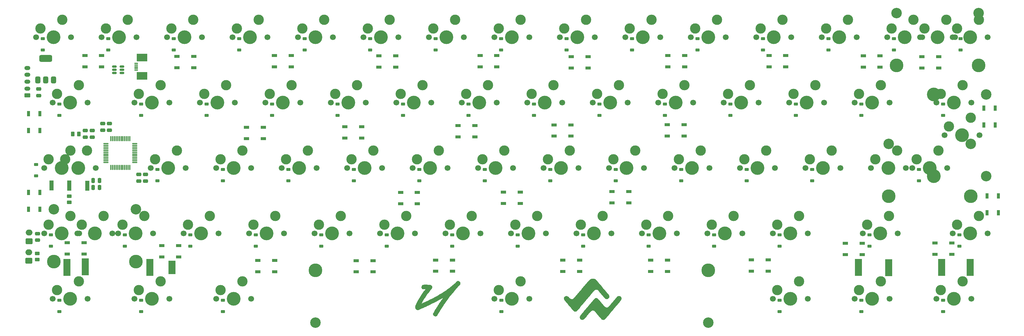
<source format=gbr>
%TF.GenerationSoftware,KiCad,Pcbnew,8.99.0-2194-gb3b7cbcab2*%
%TF.CreationDate,2024-09-18T03:31:56+07:00*%
%TF.ProjectId,Sebas_nuxros,53656261-735f-46e7-9578-726f732e6b69,rev?*%
%TF.SameCoordinates,Original*%
%TF.FileFunction,Soldermask,Bot*%
%TF.FilePolarity,Negative*%
%FSLAX46Y46*%
G04 Gerber Fmt 4.6, Leading zero omitted, Abs format (unit mm)*
G04 Created by KiCad (PCBNEW 8.99.0-2194-gb3b7cbcab2) date 2024-09-18 03:31:56*
%MOMM*%
%LPD*%
G01*
G04 APERTURE LIST*
G04 Aperture macros list*
%AMRoundRect*
0 Rectangle with rounded corners*
0 $1 Rounding radius*
0 $2 $3 $4 $5 $6 $7 $8 $9 X,Y pos of 4 corners*
0 Add a 4 corners polygon primitive as box body*
4,1,4,$2,$3,$4,$5,$6,$7,$8,$9,$2,$3,0*
0 Add four circle primitives for the rounded corners*
1,1,$1+$1,$2,$3*
1,1,$1+$1,$4,$5*
1,1,$1+$1,$6,$7*
1,1,$1+$1,$8,$9*
0 Add four rect primitives between the rounded corners*
20,1,$1+$1,$2,$3,$4,$5,0*
20,1,$1+$1,$4,$5,$6,$7,0*
20,1,$1+$1,$6,$7,$8,$9,0*
20,1,$1+$1,$8,$9,$2,$3,0*%
G04 Aperture macros list end*
%ADD10C,0.000000*%
%ADD11R,1.100000X0.300000*%
%ADD12R,3.100000X2.300000*%
%ADD13R,2.000000X5.000000*%
%ADD14C,1.700000*%
%ADD15C,4.000000*%
%ADD16C,0.400000*%
%ADD17C,3.000000*%
%ADD18C,3.050000*%
%ADD19RoundRect,0.250000X0.750000X-0.600000X0.750000X0.600000X-0.750000X0.600000X-0.750000X-0.600000X0*%
%ADD20O,2.000000X1.700000*%
%ADD21C,3.048000*%
%ADD22C,3.987800*%
%ADD23R,2.000000X4.000000*%
%ADD24RoundRect,0.250000X0.625000X-0.350000X0.625000X0.350000X-0.625000X0.350000X-0.625000X-0.350000X0*%
%ADD25O,1.750000X1.200000*%
%ADD26R,1.500000X0.900000*%
%ADD27RoundRect,0.250000X-0.450000X0.262500X-0.450000X-0.262500X0.450000X-0.262500X0.450000X0.262500X0*%
%ADD28RoundRect,0.225000X0.375000X-0.225000X0.375000X0.225000X-0.375000X0.225000X-0.375000X-0.225000X0*%
%ADD29RoundRect,0.250000X-0.475000X0.250000X-0.475000X-0.250000X0.475000X-0.250000X0.475000X0.250000X0*%
%ADD30R,0.900000X1.500000*%
%ADD31RoundRect,0.150000X0.512500X0.150000X-0.512500X0.150000X-0.512500X-0.150000X0.512500X-0.150000X0*%
%ADD32RoundRect,0.250000X0.475000X-0.250000X0.475000X0.250000X-0.475000X0.250000X-0.475000X-0.250000X0*%
%ADD33RoundRect,0.250000X0.262500X0.450000X-0.262500X0.450000X-0.262500X-0.450000X0.262500X-0.450000X0*%
%ADD34R,1.190000X3.000000*%
%ADD35RoundRect,0.250000X-0.250000X-0.475000X0.250000X-0.475000X0.250000X0.475000X-0.250000X0.475000X0*%
%ADD36RoundRect,0.375000X0.375000X-0.625000X0.375000X0.625000X-0.375000X0.625000X-0.375000X-0.625000X0*%
%ADD37RoundRect,0.500000X1.400000X-0.500000X1.400000X0.500000X-1.400000X0.500000X-1.400000X-0.500000X0*%
%ADD38RoundRect,0.075000X0.075000X-0.662500X0.075000X0.662500X-0.075000X0.662500X-0.075000X-0.662500X0*%
%ADD39RoundRect,0.075000X0.662500X-0.075000X0.662500X0.075000X-0.662500X0.075000X-0.662500X-0.075000X0*%
G04 APERTURE END LIST*
D10*
%TO.C,G\u002A\u002A\u002A*%
G36*
X168855864Y-103270333D02*
G01*
X169114210Y-103365025D01*
X169367397Y-103526275D01*
X169629506Y-103761756D01*
X169914617Y-104079139D01*
X170275931Y-104511632D01*
X170645909Y-104953801D01*
X170966749Y-105336431D01*
X171235909Y-105656500D01*
X171450846Y-105910983D01*
X171609018Y-106096859D01*
X171707881Y-106211105D01*
X171786356Y-106301226D01*
X171934755Y-106475536D01*
X172074805Y-106643879D01*
X172091583Y-106664317D01*
X172206502Y-106802989D01*
X172362075Y-106989301D01*
X172540005Y-107201387D01*
X172721997Y-107417379D01*
X172773779Y-107479212D01*
X172939490Y-107684186D01*
X173083066Y-107872107D01*
X173190602Y-108024343D01*
X173248188Y-108122265D01*
X173265624Y-108166369D01*
X173306805Y-108405619D01*
X173268123Y-108635931D01*
X173162716Y-108842638D01*
X173003719Y-109011072D01*
X172804271Y-109126567D01*
X172577508Y-109174454D01*
X172336567Y-109140068D01*
X172297338Y-109126667D01*
X172226130Y-109097564D01*
X172156138Y-109058071D01*
X172079485Y-109000150D01*
X171988295Y-108915762D01*
X171874691Y-108796869D01*
X171730795Y-108635433D01*
X171548732Y-108423415D01*
X171320625Y-108152777D01*
X171038595Y-107815481D01*
X170936316Y-107692999D01*
X170668322Y-107372880D01*
X170452513Y-107117121D01*
X170281699Y-106917959D01*
X170148689Y-106767625D01*
X170046296Y-106658356D01*
X169967329Y-106582384D01*
X169904599Y-106531944D01*
X169850917Y-106499271D01*
X169799093Y-106476598D01*
X169746281Y-106459331D01*
X169525770Y-106429203D01*
X169299757Y-106449921D01*
X169113863Y-106518684D01*
X169104661Y-106524604D01*
X168997216Y-106615884D01*
X168837775Y-106778450D01*
X168631590Y-107006515D01*
X168383914Y-107294291D01*
X168099996Y-107635991D01*
X168059095Y-107685151D01*
X167949835Y-107813360D01*
X167830022Y-107951177D01*
X167783149Y-108005181D01*
X167661487Y-108147782D01*
X167500160Y-108338679D01*
X167311945Y-108562577D01*
X167109621Y-108804181D01*
X166905965Y-109048197D01*
X166713754Y-109279328D01*
X166545766Y-109482280D01*
X166414778Y-109641759D01*
X166333568Y-109742469D01*
X166289895Y-109796969D01*
X166168866Y-109942820D01*
X166042729Y-110089789D01*
X165981624Y-110159876D01*
X165862804Y-110297952D01*
X165772696Y-110404865D01*
X165372499Y-110889101D01*
X165020175Y-111312637D01*
X164719626Y-111670368D01*
X164466424Y-111967293D01*
X164256138Y-112208413D01*
X164084340Y-112398728D01*
X163946598Y-112543239D01*
X163838483Y-112646945D01*
X163755566Y-112714847D01*
X163693417Y-112751945D01*
X163620655Y-112781418D01*
X163457495Y-112823623D01*
X163302011Y-112820865D01*
X163144017Y-112767158D01*
X162973325Y-112656514D01*
X162779750Y-112482946D01*
X162553104Y-112240466D01*
X162283202Y-111923089D01*
X162099745Y-111701554D01*
X161928258Y-111495296D01*
X161784850Y-111323662D01*
X161680717Y-111200047D01*
X161627050Y-111137847D01*
X161541750Y-111042712D01*
X161376911Y-110852374D01*
X161189469Y-110629964D01*
X160990082Y-110388738D01*
X160789411Y-110141950D01*
X160598113Y-109902856D01*
X160426849Y-109684709D01*
X160286278Y-109500764D01*
X160187058Y-109364278D01*
X160139849Y-109288503D01*
X160121637Y-109238761D01*
X160091175Y-109018287D01*
X160119347Y-108784951D01*
X160201948Y-108586300D01*
X160346346Y-108434942D01*
X160558322Y-108322249D01*
X160799135Y-108270480D01*
X161040423Y-108285394D01*
X161253825Y-108372749D01*
X161352501Y-108452219D01*
X161490115Y-108587129D01*
X161624675Y-108739385D01*
X161801747Y-108929201D01*
X162045115Y-109103727D01*
X162290992Y-109183664D01*
X162536708Y-109168279D01*
X162779591Y-109056838D01*
X162801081Y-109040660D01*
X162903398Y-108944935D01*
X163055992Y-108785509D01*
X163250921Y-108571215D01*
X163480248Y-108310887D01*
X163736031Y-108013360D01*
X164010331Y-107687468D01*
X164166653Y-107499903D01*
X164497530Y-107103158D01*
X164823278Y-106712893D01*
X165136783Y-106337611D01*
X165430931Y-105985812D01*
X165698607Y-105666000D01*
X165932699Y-105386675D01*
X166126092Y-105156340D01*
X166271672Y-104983496D01*
X166362324Y-104876646D01*
X166379833Y-104856146D01*
X166466746Y-104753954D01*
X166596777Y-104600728D01*
X166755471Y-104413508D01*
X166928376Y-104209333D01*
X166941620Y-104193700D01*
X167198372Y-103898637D01*
X167413888Y-103672503D01*
X167602484Y-103505696D01*
X167778474Y-103388615D01*
X167956176Y-103311658D01*
X168149903Y-103265222D01*
X168373971Y-103239705D01*
X168578278Y-103234529D01*
X168855864Y-103270333D01*
G37*
G36*
X176291236Y-108287781D02*
G01*
X176451926Y-108337251D01*
X176454222Y-108338456D01*
X176581359Y-108424524D01*
X176703812Y-108534845D01*
X176752220Y-108592255D01*
X176798282Y-108681759D01*
X176819679Y-108803499D01*
X176824995Y-108989686D01*
X176826277Y-109047083D01*
X176828825Y-109106561D01*
X176828494Y-109160399D01*
X176821068Y-109214328D01*
X176802330Y-109274083D01*
X176768064Y-109345393D01*
X176714055Y-109433993D01*
X176636087Y-109545613D01*
X176529944Y-109685986D01*
X176391409Y-109860844D01*
X176216267Y-110075920D01*
X176000301Y-110336944D01*
X175739297Y-110649650D01*
X175429037Y-111019770D01*
X175065307Y-111453036D01*
X174643889Y-111955179D01*
X174372975Y-112278182D01*
X174039317Y-112676020D01*
X173722316Y-113054026D01*
X173428495Y-113404421D01*
X173164373Y-113719428D01*
X172936471Y-113991270D01*
X172751311Y-114212170D01*
X172615415Y-114374349D01*
X172535301Y-114470031D01*
X172428705Y-114595848D01*
X172190553Y-114861186D01*
X171997156Y-115050110D01*
X171843898Y-115166872D01*
X171726164Y-115215726D01*
X171595441Y-115225471D01*
X171359203Y-115203837D01*
X171151333Y-115142403D01*
X171146043Y-115139716D01*
X171066815Y-115076225D01*
X170944717Y-114954832D01*
X170795411Y-114791869D01*
X170634563Y-114603665D01*
X170612477Y-114576941D01*
X170459600Y-114392586D01*
X170328240Y-114235223D01*
X170231762Y-114120805D01*
X170183531Y-114065284D01*
X170143246Y-114019132D01*
X170049829Y-113909295D01*
X169915230Y-113749774D01*
X169750320Y-113553453D01*
X169565964Y-113333214D01*
X169399069Y-113137025D01*
X169216891Y-112930852D01*
X169057131Y-112758335D01*
X168932683Y-112633347D01*
X168856438Y-112569760D01*
X168732474Y-112517301D01*
X168504487Y-112485431D01*
X168270036Y-112512587D01*
X168070809Y-112597307D01*
X168057354Y-112607511D01*
X167970192Y-112690382D01*
X167833334Y-112834977D01*
X167656142Y-113030830D01*
X167447979Y-113267473D01*
X167218204Y-113534438D01*
X166976180Y-113821258D01*
X166942594Y-113861449D01*
X166646221Y-114214958D01*
X166402900Y-114501354D01*
X166204893Y-114727679D01*
X166044462Y-114900977D01*
X165913869Y-115028291D01*
X165805376Y-115116664D01*
X165711245Y-115173138D01*
X165623738Y-115204757D01*
X165535118Y-115218563D01*
X165437645Y-115221601D01*
X165252053Y-115204162D01*
X165012732Y-115112886D01*
X164833698Y-114949515D01*
X164721486Y-114720866D01*
X164682630Y-114433759D01*
X164682648Y-114423694D01*
X164686354Y-114331312D01*
X164701626Y-114245986D01*
X164735840Y-114156206D01*
X164796374Y-114050462D01*
X164890604Y-113917245D01*
X165025907Y-113745045D01*
X165209660Y-113522353D01*
X165449239Y-113237658D01*
X165451239Y-113235291D01*
X165566594Y-113098409D01*
X165735924Y-112897032D01*
X165951161Y-112640775D01*
X166204238Y-112339252D01*
X166487088Y-112002078D01*
X166791643Y-111638868D01*
X167109834Y-111259236D01*
X167433596Y-110872796D01*
X167571038Y-110708754D01*
X167918989Y-110294349D01*
X168213052Y-109946586D01*
X168459201Y-109659632D01*
X168663410Y-109427653D01*
X168831655Y-109244815D01*
X168969909Y-109105283D01*
X169084147Y-109003224D01*
X169180343Y-108932803D01*
X169264471Y-108888187D01*
X169342506Y-108863542D01*
X169420422Y-108853033D01*
X169504194Y-108850826D01*
X169660212Y-108873605D01*
X169815996Y-108928407D01*
X169845358Y-108946512D01*
X169963199Y-109048055D01*
X170138848Y-109227166D01*
X170372205Y-109483734D01*
X170663167Y-109817645D01*
X171011636Y-110228787D01*
X171417510Y-110717048D01*
X171538808Y-110863006D01*
X171769514Y-111130514D01*
X171959872Y-111330736D01*
X172121228Y-111471400D01*
X172264926Y-111560234D01*
X172402313Y-111604965D01*
X172544732Y-111613322D01*
X172703531Y-111593033D01*
X172739038Y-111585377D01*
X172842537Y-111548768D01*
X172950174Y-111484008D01*
X173072826Y-111381269D01*
X173221365Y-111230721D01*
X173406667Y-111022533D01*
X173639606Y-110746876D01*
X173722968Y-110646900D01*
X173878764Y-110460784D01*
X174007078Y-110308463D01*
X174096430Y-110203537D01*
X174135341Y-110159605D01*
X174148977Y-110144554D01*
X174216886Y-110065393D01*
X174332745Y-109928526D01*
X174487458Y-109744747D01*
X174671925Y-109524850D01*
X174877050Y-109279630D01*
X174983066Y-109153409D01*
X175188325Y-108912963D01*
X175374176Y-108700255D01*
X175530090Y-108527081D01*
X175645538Y-108405237D01*
X175709989Y-108346519D01*
X175732814Y-108333355D01*
X175890403Y-108286349D01*
X176090303Y-108270985D01*
X176291236Y-108287781D01*
G37*
G36*
X129427054Y-103877534D02*
G01*
X129513368Y-103903873D01*
X129528622Y-103909938D01*
X129640040Y-103972019D01*
X129748694Y-104059954D01*
X129843278Y-104163325D01*
X129912486Y-104271710D01*
X129925674Y-104299345D01*
X129947334Y-104353753D01*
X129959827Y-104407999D01*
X129965553Y-104475145D01*
X129966907Y-104568256D01*
X129966873Y-104584825D01*
X129964730Y-104674783D01*
X129957887Y-104739092D01*
X129944426Y-104789348D01*
X129922429Y-104837145D01*
X129915701Y-104848074D01*
X129881933Y-104893501D01*
X129826758Y-104961581D01*
X129753835Y-105048014D01*
X129666821Y-105148502D01*
X129569374Y-105258748D01*
X129465153Y-105374453D01*
X129202858Y-105664802D01*
X128568909Y-106383504D01*
X127964959Y-107093660D01*
X127386875Y-107800382D01*
X126830522Y-108508787D01*
X126291768Y-109223988D01*
X125766477Y-109951102D01*
X125708383Y-110033178D01*
X125624778Y-110151214D01*
X125546323Y-110261892D01*
X125477369Y-110359076D01*
X125422270Y-110436627D01*
X125385379Y-110488410D01*
X125343776Y-110547070D01*
X125219492Y-110726437D01*
X125079590Y-110933474D01*
X124926930Y-111163681D01*
X124764368Y-111412555D01*
X124594763Y-111675596D01*
X124420973Y-111948304D01*
X124245857Y-112226176D01*
X124072273Y-112504713D01*
X123903078Y-112779414D01*
X123741131Y-113045776D01*
X123589291Y-113299300D01*
X123450415Y-113535485D01*
X123415483Y-113595240D01*
X123322101Y-113750584D01*
X123241493Y-113875836D01*
X123170254Y-113974685D01*
X123104979Y-114050824D01*
X123042263Y-114107942D01*
X122978702Y-114149730D01*
X122910890Y-114179878D01*
X122835423Y-114202078D01*
X122788095Y-114211105D01*
X122644728Y-114212698D01*
X122492937Y-114179014D01*
X122337090Y-114110853D01*
X122331812Y-114107949D01*
X122208552Y-114019436D01*
X122109906Y-113907930D01*
X122038573Y-113779750D01*
X121997255Y-113641214D01*
X121988654Y-113498644D01*
X122015469Y-113358358D01*
X122031455Y-113319027D01*
X122069674Y-113240867D01*
X122125961Y-113134978D01*
X122198587Y-113004272D01*
X122285822Y-112851664D01*
X122385936Y-112680064D01*
X122497199Y-112492387D01*
X122617882Y-112291544D01*
X122746256Y-112080448D01*
X122880590Y-111862013D01*
X123019155Y-111639150D01*
X123160221Y-111414773D01*
X123302059Y-111191795D01*
X123357489Y-111105451D01*
X123564297Y-110787295D01*
X123783262Y-110456086D01*
X124009081Y-110119628D01*
X124236450Y-109785725D01*
X124460066Y-109462179D01*
X124674626Y-109156796D01*
X124874827Y-108877378D01*
X124906237Y-108832142D01*
X124925584Y-108799930D01*
X124925749Y-108791829D01*
X124924724Y-108792428D01*
X124898786Y-108807612D01*
X124845293Y-108838935D01*
X124769732Y-108883182D01*
X124677587Y-108937144D01*
X124574346Y-108997606D01*
X124402560Y-109097543D01*
X123775272Y-109451950D01*
X123110887Y-109811543D01*
X122409024Y-110176519D01*
X121669303Y-110547078D01*
X120891346Y-110923417D01*
X120717264Y-111005949D01*
X120482840Y-111116269D01*
X120241187Y-111229155D01*
X119995147Y-111343328D01*
X119747558Y-111457512D01*
X119501262Y-111570428D01*
X119259099Y-111680799D01*
X119023909Y-111787348D01*
X118798532Y-111888797D01*
X118585810Y-111983868D01*
X118388582Y-112071284D01*
X118209689Y-112149768D01*
X118051970Y-112218041D01*
X117918268Y-112274827D01*
X117811420Y-112318847D01*
X117734269Y-112348825D01*
X117689654Y-112363482D01*
X117556385Y-112382422D01*
X117400379Y-112371316D01*
X117253913Y-112325148D01*
X117121605Y-112246102D01*
X117008071Y-112136365D01*
X116917930Y-111998124D01*
X116868883Y-111886928D01*
X116830881Y-111752987D01*
X116813094Y-111606554D01*
X116813364Y-111436025D01*
X116814058Y-111421751D01*
X116821588Y-111321574D01*
X116834702Y-111227668D01*
X116855351Y-111134278D01*
X116885490Y-111035652D01*
X116927070Y-110926035D01*
X116982045Y-110799675D01*
X117052367Y-110650817D01*
X117139990Y-110473708D01*
X117243176Y-110271065D01*
X117528908Y-109736271D01*
X117839277Y-109189599D01*
X118169274Y-108639068D01*
X118513893Y-108092695D01*
X118868126Y-107558496D01*
X119226965Y-107044488D01*
X119585403Y-106558689D01*
X119612176Y-106523325D01*
X119669740Y-106446197D01*
X119716044Y-106382625D01*
X119746899Y-106338414D01*
X119758115Y-106319369D01*
X119743186Y-106316063D01*
X119694962Y-106313293D01*
X119619436Y-106311620D01*
X119522816Y-106311176D01*
X119411307Y-106312091D01*
X119303161Y-106313416D01*
X119204877Y-106313651D01*
X119132612Y-106311811D01*
X119079284Y-106307245D01*
X119037809Y-106299299D01*
X119001104Y-106287319D01*
X118962086Y-106270651D01*
X118852090Y-106202445D01*
X118752999Y-106101468D01*
X118678314Y-105978340D01*
X118674570Y-105969946D01*
X118655714Y-105917911D01*
X118644124Y-105859904D01*
X118638250Y-105784918D01*
X118636541Y-105681948D01*
X118636936Y-105612692D01*
X118640228Y-105533946D01*
X118648449Y-105474523D01*
X118663499Y-105422605D01*
X118687278Y-105366376D01*
X118690257Y-105360019D01*
X118771999Y-105230554D01*
X118881199Y-105122030D01*
X119009608Y-105042730D01*
X119076704Y-105018250D01*
X119173165Y-104996373D01*
X119295041Y-104980025D01*
X119445012Y-104969015D01*
X119625754Y-104963155D01*
X119839947Y-104962253D01*
X120090269Y-104966120D01*
X120284871Y-104971366D01*
X120539465Y-104981209D01*
X120758149Y-104993705D01*
X120942763Y-105008989D01*
X121095147Y-105027196D01*
X121217140Y-105048461D01*
X121226206Y-105050441D01*
X121382861Y-105103009D01*
X121516797Y-105182783D01*
X121625700Y-105285385D01*
X121707253Y-105406436D01*
X121759143Y-105541557D01*
X121779054Y-105686370D01*
X121764670Y-105836495D01*
X121713676Y-105987554D01*
X121713359Y-105988233D01*
X121674388Y-106063547D01*
X121632351Y-106132477D01*
X121596293Y-106180179D01*
X121596255Y-106180220D01*
X121560472Y-106221113D01*
X121504452Y-106288417D01*
X121431795Y-106377589D01*
X121346097Y-106484085D01*
X121250959Y-106603361D01*
X121149978Y-106730873D01*
X121046753Y-106862078D01*
X120944881Y-106992432D01*
X120847962Y-107117391D01*
X120759593Y-107232411D01*
X120683373Y-107332948D01*
X120616336Y-107422712D01*
X120329314Y-107818132D01*
X120038528Y-108235666D01*
X119750432Y-108665545D01*
X119471479Y-109098001D01*
X119208123Y-109523264D01*
X118966816Y-109931564D01*
X118907797Y-110032800D01*
X118842278Y-110142837D01*
X118779965Y-110245405D01*
X118728850Y-110327218D01*
X118700238Y-110372507D01*
X118663802Y-110432241D01*
X118640520Y-110473204D01*
X118634482Y-110488410D01*
X118646794Y-110483617D01*
X118691039Y-110464222D01*
X118763444Y-110431687D01*
X118859911Y-110387899D01*
X118976343Y-110334745D01*
X119108643Y-110274111D01*
X119252713Y-110207884D01*
X119404455Y-110137949D01*
X119559772Y-110066195D01*
X119714567Y-109994507D01*
X119864743Y-109924773D01*
X120006201Y-109858877D01*
X120134845Y-109798708D01*
X120246577Y-109746152D01*
X120258580Y-109740483D01*
X121053969Y-109357593D01*
X121812295Y-108977779D01*
X122535316Y-108599889D01*
X123224789Y-108222775D01*
X123882471Y-107845286D01*
X124510119Y-107466274D01*
X125109492Y-107084588D01*
X125682346Y-106699079D01*
X126230438Y-106308597D01*
X126755527Y-105911992D01*
X127259369Y-105508115D01*
X127743721Y-105095816D01*
X128210342Y-104673945D01*
X128660988Y-104241353D01*
X128714154Y-104189091D01*
X128820721Y-104087547D01*
X128908875Y-104010185D01*
X128984049Y-103953643D01*
X129051674Y-103914559D01*
X129117182Y-103889573D01*
X129186005Y-103875322D01*
X129263577Y-103868446D01*
X129342067Y-103867303D01*
X129427054Y-103877534D01*
G37*
%TD*%
D11*
%TO.C,J1*%
X35620000Y-40480000D03*
X35620000Y-40980000D03*
X35620000Y-41480000D03*
X35620000Y-41980000D03*
X35620000Y-42480000D03*
D12*
X37320000Y-38810000D03*
X37320000Y-44150000D03*
%TD*%
D13*
%TO.C,*%
X15500000Y-99900000D03*
%TD*%
D14*
%TO.C,SW51*%
X163690000Y-90030000D03*
D15*
X168770000Y-90030000D03*
D14*
X173850000Y-90030000D03*
D16*
X163710000Y-87480000D03*
X164950000Y-88740000D03*
X164960000Y-86240000D03*
D17*
X164960000Y-87490000D03*
D16*
X166210000Y-87490000D03*
X170060000Y-84950000D03*
X171310000Y-83690000D03*
D17*
X171310000Y-84950000D03*
D16*
X171310000Y-86190000D03*
X172550000Y-84940000D03*
%TD*%
D14*
%TO.C,SW4*%
X63677500Y-32880000D03*
D15*
X68757500Y-32880000D03*
D14*
X73837500Y-32880000D03*
D16*
X63697500Y-30330000D03*
X64937500Y-31590000D03*
X64947500Y-29090000D03*
D17*
X64947500Y-30340000D03*
D16*
X66197500Y-30340000D03*
X70047500Y-27800000D03*
X71297500Y-26540000D03*
D17*
X71297500Y-27800000D03*
D16*
X71297500Y-29040000D03*
X72537500Y-27790000D03*
%TD*%
D14*
%TO.C,SW21*%
X111302500Y-51930000D03*
D15*
X116382500Y-51930000D03*
D14*
X121462500Y-51930000D03*
D16*
X111322500Y-49380000D03*
X112562500Y-50640000D03*
X112572500Y-48140000D03*
D17*
X112572500Y-49390000D03*
D16*
X113822500Y-49390000D03*
X117672500Y-46850000D03*
X118922500Y-45590000D03*
D17*
X118922500Y-46850000D03*
D16*
X118922500Y-48090000D03*
X120162500Y-46840000D03*
%TD*%
D14*
%TO.C,SW57*%
X11290500Y-109080000D03*
D15*
X16370500Y-109080000D03*
D14*
X21450500Y-109080000D03*
D16*
X11310500Y-106530000D03*
X12550500Y-107790000D03*
X12560500Y-105290000D03*
D17*
X12560500Y-106540000D03*
D16*
X13810500Y-106540000D03*
X17660500Y-104000000D03*
X18910500Y-102740000D03*
D17*
X18910500Y-104000000D03*
D16*
X18910500Y-105240000D03*
X20150500Y-103990000D03*
%TD*%
D14*
%TO.C,SW58*%
X35102500Y-109080000D03*
D15*
X40182500Y-109080000D03*
D14*
X45262500Y-109080000D03*
D16*
X35122500Y-106530000D03*
X36362500Y-107790000D03*
X36372500Y-105290000D03*
D17*
X36372500Y-106540000D03*
D16*
X37622500Y-106540000D03*
X41472500Y-104000000D03*
X42722500Y-102740000D03*
D17*
X42722500Y-104000000D03*
D16*
X42722500Y-105240000D03*
X43962500Y-103990000D03*
%TD*%
D14*
%TO.C,SW49*%
X125590000Y-90030000D03*
D15*
X130670000Y-90030000D03*
D14*
X135750000Y-90030000D03*
D16*
X125610000Y-87480000D03*
X126850000Y-88740000D03*
X126860000Y-86240000D03*
D17*
X126860000Y-87490000D03*
D16*
X128110000Y-87490000D03*
X131960000Y-84950000D03*
X133210000Y-83690000D03*
D17*
X133210000Y-84950000D03*
D16*
X133210000Y-86190000D03*
X134450000Y-84940000D03*
%TD*%
D14*
%TO.C,SW20*%
X92252500Y-51930000D03*
D15*
X97332500Y-51930000D03*
D14*
X102412500Y-51930000D03*
D16*
X92272500Y-49380000D03*
X93512500Y-50640000D03*
X93522500Y-48140000D03*
D17*
X93522500Y-49390000D03*
D16*
X94772500Y-49390000D03*
X98622500Y-46850000D03*
X99872500Y-45590000D03*
D17*
X99872500Y-46850000D03*
D16*
X99872500Y-48090000D03*
X101112500Y-46840000D03*
%TD*%
D14*
%TO.C,SW35*%
X116065000Y-70980000D03*
D15*
X121145000Y-70980000D03*
D14*
X126225000Y-70980000D03*
D16*
X116085000Y-68430000D03*
X117325000Y-69690000D03*
X117335000Y-67190000D03*
D17*
X117335000Y-68440000D03*
D16*
X118585000Y-68440000D03*
X122435000Y-65900000D03*
X123685000Y-64640000D03*
D17*
X123685000Y-65900000D03*
D16*
X123685000Y-67140000D03*
X124925000Y-65890000D03*
%TD*%
D14*
%TO.C,SW17*%
X35102500Y-51930000D03*
D15*
X40182500Y-51930000D03*
D14*
X45262500Y-51930000D03*
D16*
X35122500Y-49380000D03*
X36362500Y-50640000D03*
X36372500Y-48140000D03*
D17*
X36372500Y-49390000D03*
D16*
X37622500Y-49390000D03*
X41472500Y-46850000D03*
X42722500Y-45590000D03*
D17*
X42722500Y-46850000D03*
D16*
X42722500Y-48090000D03*
X43962500Y-46840000D03*
%TD*%
D14*
%TO.C,SW12*%
X216077500Y-32880000D03*
D15*
X221157500Y-32880000D03*
D14*
X226237500Y-32880000D03*
D16*
X216097500Y-30330000D03*
X217337500Y-31590000D03*
X217347500Y-29090000D03*
D17*
X217347500Y-30340000D03*
D16*
X218597500Y-30340000D03*
X222447500Y-27800000D03*
X223697500Y-26540000D03*
D17*
X223697500Y-27800000D03*
D16*
X223697500Y-29040000D03*
X224937500Y-27790000D03*
%TD*%
D15*
%TO.C,SW1003*%
X267685999Y-49555000D03*
X267685999Y-73355000D03*
D14*
X270845999Y-61455000D03*
D15*
X275925999Y-61455000D03*
D14*
X281005999Y-61455000D03*
D18*
X282925999Y-49555000D03*
X282925999Y-73355000D03*
D16*
X270865999Y-58905000D03*
X272105999Y-60165000D03*
X272115999Y-57665000D03*
D17*
X272115999Y-58915000D03*
D16*
X273365999Y-58915000D03*
X277215999Y-56375000D03*
X278465999Y-55115000D03*
D17*
X278465999Y-56375000D03*
D16*
X278465999Y-57615000D03*
X279705999Y-56365000D03*
%TD*%
D14*
%TO.C,SW16*%
X11290500Y-51930000D03*
D15*
X16370500Y-51930000D03*
D14*
X21450500Y-51930000D03*
D16*
X11310500Y-49380000D03*
X12550500Y-50640000D03*
X12560500Y-48140000D03*
D17*
X12560500Y-49390000D03*
D16*
X13810500Y-49390000D03*
X17660500Y-46850000D03*
X18910500Y-45590000D03*
D17*
X18910500Y-46850000D03*
D16*
X18910500Y-48090000D03*
X20150500Y-46840000D03*
%TD*%
D14*
%TO.C,SW33*%
X77965000Y-70980000D03*
D15*
X83045000Y-70980000D03*
D14*
X88125000Y-70980000D03*
D16*
X77985000Y-68430000D03*
X79225000Y-69690000D03*
X79235000Y-67190000D03*
D17*
X79235000Y-68440000D03*
D16*
X80485000Y-68440000D03*
X84335000Y-65900000D03*
X85585000Y-64640000D03*
D17*
X85585000Y-65900000D03*
D16*
X85585000Y-67140000D03*
X86825000Y-65890000D03*
%TD*%
D14*
%TO.C,SW13*%
X235127500Y-32880000D03*
D15*
X240207500Y-32880000D03*
D14*
X245287500Y-32880000D03*
D16*
X235147500Y-30330000D03*
X236387500Y-31590000D03*
X236397500Y-29090000D03*
D17*
X236397500Y-30340000D03*
D16*
X237647500Y-30340000D03*
X241497500Y-27800000D03*
X242747500Y-26540000D03*
D17*
X242747500Y-27800000D03*
D16*
X242747500Y-29040000D03*
X243987500Y-27790000D03*
%TD*%
D19*
%TO.C,SWb\u00F4trst1*%
X4465000Y-92300000D03*
D20*
X4465000Y-89800000D03*
%TD*%
D14*
%TO.C,SW1004*%
X249415000Y-70980000D03*
D15*
X254495000Y-70980000D03*
D14*
X259575000Y-70980000D03*
D16*
X249435000Y-68430000D03*
X250675000Y-69690000D03*
X250685000Y-67190000D03*
D17*
X250685000Y-68440000D03*
D16*
X251935000Y-68440000D03*
X255785000Y-65900000D03*
X257035000Y-64640000D03*
D17*
X257035000Y-65900000D03*
D16*
X257035000Y-67140000D03*
X258275000Y-65890000D03*
%TD*%
D14*
%TO.C,SW37*%
X154165000Y-70980000D03*
D15*
X159245000Y-70980000D03*
D14*
X164325000Y-70980000D03*
D16*
X154185000Y-68430000D03*
X155425000Y-69690000D03*
X155435000Y-67190000D03*
D17*
X155435000Y-68440000D03*
D16*
X156685000Y-68440000D03*
X160535000Y-65900000D03*
X161785000Y-64640000D03*
D17*
X161785000Y-65900000D03*
D16*
X161785000Y-67140000D03*
X163025000Y-65890000D03*
%TD*%
D14*
%TO.C,SW8*%
X139877500Y-32880000D03*
D15*
X144957500Y-32880000D03*
D14*
X150037500Y-32880000D03*
D16*
X139897500Y-30330000D03*
X141137500Y-31590000D03*
X141147500Y-29090000D03*
D17*
X141147500Y-30340000D03*
D16*
X142397500Y-30340000D03*
X146247500Y-27800000D03*
X147497500Y-26540000D03*
D17*
X147497500Y-27800000D03*
D16*
X147497500Y-29040000D03*
X148737500Y-27790000D03*
%TD*%
D14*
%TO.C,SW1*%
X6527500Y-32880000D03*
D15*
X11607500Y-32880000D03*
D14*
X16687500Y-32880000D03*
D16*
X6547500Y-30330000D03*
X7787500Y-31590000D03*
X7797500Y-29090000D03*
D17*
X7797500Y-30340000D03*
D16*
X9047500Y-30340000D03*
X12897500Y-27800000D03*
X14147500Y-26540000D03*
D17*
X14147500Y-27800000D03*
D16*
X14147500Y-29040000D03*
X15387500Y-27790000D03*
%TD*%
D14*
%TO.C,SW10*%
X177977500Y-32880000D03*
D15*
X183057500Y-32880000D03*
D14*
X188137500Y-32880000D03*
D16*
X177997500Y-30330000D03*
X179237500Y-31590000D03*
X179247500Y-29090000D03*
D17*
X179247500Y-30340000D03*
D16*
X180497500Y-30340000D03*
X184347500Y-27800000D03*
X185597500Y-26540000D03*
D17*
X185597500Y-27800000D03*
D16*
X185597500Y-29040000D03*
X186837500Y-27790000D03*
%TD*%
D14*
%TO.C,SW55*%
X247034000Y-90030000D03*
D15*
X252114000Y-90030000D03*
D14*
X257194000Y-90030000D03*
D16*
X247054000Y-87480000D03*
X248294000Y-88740000D03*
X248304000Y-86240000D03*
D17*
X248304000Y-87490000D03*
D16*
X249554000Y-87490000D03*
X253404000Y-84950000D03*
X254654000Y-83690000D03*
D17*
X254654000Y-84950000D03*
D16*
X254654000Y-86190000D03*
X255894000Y-84940000D03*
%TD*%
D14*
%TO.C,SW27*%
X225602500Y-51930000D03*
D15*
X230682500Y-51930000D03*
D14*
X235762500Y-51930000D03*
D16*
X225622500Y-49380000D03*
X226862500Y-50640000D03*
X226872500Y-48140000D03*
D17*
X226872500Y-49390000D03*
D16*
X228122500Y-49390000D03*
X231972500Y-46850000D03*
X233222500Y-45590000D03*
D17*
X233222500Y-46850000D03*
D16*
X233222500Y-48090000D03*
X234462500Y-46840000D03*
%TD*%
D14*
%TO.C,SW44*%
X30340000Y-90030000D03*
D15*
X35420000Y-90030000D03*
D14*
X40500000Y-90030000D03*
D16*
X30360000Y-87480000D03*
X31600000Y-88740000D03*
X31610000Y-86240000D03*
D17*
X31610000Y-87490000D03*
D16*
X32860000Y-87490000D03*
X36710000Y-84950000D03*
X37960000Y-83690000D03*
D17*
X37960000Y-84950000D03*
D16*
X37960000Y-86190000D03*
X39200000Y-84940000D03*
%TD*%
D14*
%TO.C,SW25*%
X187502500Y-51930000D03*
D15*
X192582500Y-51930000D03*
D14*
X197662500Y-51930000D03*
D16*
X187522500Y-49380000D03*
X188762500Y-50640000D03*
X188772500Y-48140000D03*
D17*
X188772500Y-49390000D03*
D16*
X190022500Y-49390000D03*
X193872500Y-46850000D03*
X195122500Y-45590000D03*
D17*
X195122500Y-46850000D03*
D16*
X195122500Y-48090000D03*
X196362500Y-46840000D03*
%TD*%
D14*
%TO.C,SW36*%
X135115000Y-70980000D03*
D15*
X140195000Y-70980000D03*
D14*
X145275000Y-70980000D03*
D16*
X135135000Y-68430000D03*
X136375000Y-69690000D03*
X136385000Y-67190000D03*
D17*
X136385000Y-68440000D03*
D16*
X137635000Y-68440000D03*
X141485000Y-65900000D03*
X142735000Y-64640000D03*
D17*
X142735000Y-65900000D03*
D16*
X142735000Y-67140000D03*
X143975000Y-65890000D03*
%TD*%
D14*
%TO.C,SW46*%
X68440000Y-90030000D03*
D15*
X73520000Y-90030000D03*
D14*
X78600000Y-90030000D03*
D16*
X68460000Y-87480000D03*
X69700000Y-88740000D03*
X69710000Y-86240000D03*
D17*
X69710000Y-87490000D03*
D16*
X70960000Y-87490000D03*
X74810000Y-84950000D03*
X76060000Y-83690000D03*
D17*
X76060000Y-84950000D03*
D16*
X76060000Y-86190000D03*
X77300000Y-84940000D03*
%TD*%
D14*
%TO.C,SW6*%
X101777500Y-32880000D03*
D15*
X106857500Y-32880000D03*
D14*
X111937500Y-32880000D03*
D16*
X101797500Y-30330000D03*
X103037500Y-31590000D03*
X103047500Y-29090000D03*
D17*
X103047500Y-30340000D03*
D16*
X104297500Y-30340000D03*
X108147500Y-27800000D03*
X109397500Y-26540000D03*
D17*
X109397500Y-27800000D03*
D16*
X109397500Y-29040000D03*
X110637500Y-27790000D03*
%TD*%
D14*
%TO.C,SW30*%
X13671500Y-70980000D03*
D15*
X18751500Y-70980000D03*
D14*
X23831500Y-70980000D03*
D16*
X13691500Y-68430000D03*
X14931500Y-69690000D03*
X14941500Y-67190000D03*
D17*
X14941500Y-68440000D03*
D16*
X16191500Y-68440000D03*
X20041500Y-65900000D03*
X21291500Y-64640000D03*
D17*
X21291500Y-65900000D03*
D16*
X21291500Y-67140000D03*
X22531500Y-65890000D03*
%TD*%
D14*
%TO.C,SW40*%
X211315000Y-70980000D03*
D15*
X216395000Y-70980000D03*
D14*
X221475000Y-70980000D03*
D16*
X211335000Y-68430000D03*
X212575000Y-69690000D03*
X212585000Y-67190000D03*
D17*
X212585000Y-68440000D03*
D16*
X213835000Y-68440000D03*
X217685000Y-65900000D03*
X218935000Y-64640000D03*
D17*
X218935000Y-65900000D03*
D16*
X218935000Y-67140000D03*
X220175000Y-65890000D03*
%TD*%
D14*
%TO.C,SW7*%
X120827500Y-32880000D03*
D15*
X125907500Y-32880000D03*
D14*
X130987500Y-32880000D03*
D16*
X120847500Y-30330000D03*
X122087500Y-31590000D03*
X122097500Y-29090000D03*
D17*
X122097500Y-30340000D03*
D16*
X123347500Y-30340000D03*
X127197500Y-27800000D03*
X128447500Y-26540000D03*
D17*
X128447500Y-27800000D03*
D16*
X128447500Y-29040000D03*
X129687500Y-27790000D03*
%TD*%
D14*
%TO.C,SW41*%
X230365000Y-70980000D03*
D15*
X235445000Y-70980000D03*
D14*
X240525000Y-70980000D03*
D16*
X230385000Y-68430000D03*
X231625000Y-69690000D03*
X231635000Y-67190000D03*
D17*
X231635000Y-68440000D03*
D16*
X232885000Y-68440000D03*
X236735000Y-65900000D03*
X237985000Y-64640000D03*
D17*
X237985000Y-65900000D03*
D16*
X237985000Y-67140000D03*
X239225000Y-65890000D03*
%TD*%
D14*
%TO.C,SW38*%
X173215000Y-70980000D03*
D15*
X178295000Y-70980000D03*
D14*
X183375000Y-70980000D03*
D16*
X173235000Y-68430000D03*
X174475000Y-69690000D03*
X174485000Y-67190000D03*
D17*
X174485000Y-68440000D03*
D16*
X175735000Y-68440000D03*
X179585000Y-65900000D03*
X180835000Y-64640000D03*
D17*
X180835000Y-65900000D03*
D16*
X180835000Y-67140000D03*
X182075000Y-65890000D03*
%TD*%
D13*
%TO.C,*%
X39600000Y-99900000D03*
%TD*%
D14*
%TO.C,SW52*%
X182740000Y-90030000D03*
D15*
X187820000Y-90030000D03*
D14*
X192900000Y-90030000D03*
D16*
X182760000Y-87480000D03*
X184000000Y-88740000D03*
X184010000Y-86240000D03*
D17*
X184010000Y-87490000D03*
D16*
X185260000Y-87490000D03*
X189110000Y-84950000D03*
X190360000Y-83690000D03*
D17*
X190360000Y-84950000D03*
D16*
X190360000Y-86190000D03*
X191600000Y-84940000D03*
%TD*%
D14*
%TO.C,SW15*%
X273227500Y-32880000D03*
D15*
X278307500Y-32880000D03*
D14*
X283387500Y-32880000D03*
D16*
X273247500Y-30330000D03*
X274487500Y-31590000D03*
X274497500Y-29090000D03*
D17*
X274497500Y-30340000D03*
D16*
X275747500Y-30340000D03*
X279597500Y-27800000D03*
X280847500Y-26540000D03*
D17*
X280847500Y-27800000D03*
D16*
X280847500Y-29040000D03*
X282087500Y-27790000D03*
%TD*%
D13*
%TO.C,*%
X20800000Y-99750000D03*
%TD*%
D14*
%TO.C,SW29*%
X268465500Y-51930000D03*
D15*
X273545500Y-51930000D03*
D14*
X278625500Y-51930000D03*
D16*
X268485500Y-49380000D03*
X269725500Y-50640000D03*
X269735500Y-48140000D03*
D17*
X269735500Y-49390000D03*
D16*
X270985500Y-49390000D03*
X274835500Y-46850000D03*
X276085500Y-45590000D03*
D17*
X276085500Y-46850000D03*
D16*
X276085500Y-48090000D03*
X277325500Y-46840000D03*
%TD*%
D21*
%TO.C,SW43*%
X254537600Y-63995000D03*
D22*
X254537600Y-79235000D03*
D14*
X261395600Y-70980000D03*
D15*
X266475600Y-70980000D03*
D14*
X271555600Y-70980000D03*
D21*
X278413600Y-63995000D03*
D22*
X278413600Y-79235000D03*
D16*
X261415600Y-68430000D03*
X262655600Y-69690000D03*
X262665600Y-67190000D03*
D17*
X262665600Y-68440000D03*
D16*
X263915600Y-68440000D03*
X267765600Y-65900000D03*
X269015600Y-64640000D03*
D17*
X269015600Y-65900000D03*
D16*
X269015600Y-67140000D03*
X270255600Y-65890000D03*
%TD*%
D14*
%TO.C,SW32*%
X58915000Y-70980000D03*
D15*
X63995000Y-70980000D03*
D14*
X69075000Y-70980000D03*
D16*
X58935000Y-68430000D03*
X60175000Y-69690000D03*
X60185000Y-67190000D03*
D17*
X60185000Y-68440000D03*
D16*
X61435000Y-68440000D03*
X65285000Y-65900000D03*
X66535000Y-64640000D03*
D17*
X66535000Y-65900000D03*
D16*
X66535000Y-67140000D03*
X67775000Y-65890000D03*
%TD*%
D14*
%TO.C,SW11*%
X197027500Y-32880000D03*
D15*
X202107500Y-32880000D03*
D14*
X207187500Y-32880000D03*
D16*
X197047500Y-30330000D03*
X198287500Y-31590000D03*
X198297500Y-29090000D03*
D17*
X198297500Y-30340000D03*
D16*
X199547500Y-30340000D03*
X203397500Y-27800000D03*
X204647500Y-26540000D03*
D17*
X204647500Y-27800000D03*
D16*
X204647500Y-29040000D03*
X205887500Y-27790000D03*
%TD*%
D21*
%TO.C,SW1002*%
X256844500Y-25895000D03*
D22*
X256844500Y-41135000D03*
D14*
X263702500Y-32880000D03*
D15*
X268782500Y-32880000D03*
D14*
X273862500Y-32880000D03*
D21*
X280720500Y-25895000D03*
D22*
X280720500Y-41135000D03*
D16*
X263722500Y-30330000D03*
X264962500Y-31590000D03*
X264972500Y-29090000D03*
D17*
X264972500Y-30340000D03*
D16*
X266222500Y-30340000D03*
X270072500Y-27800000D03*
X271322500Y-26540000D03*
D17*
X271322500Y-27800000D03*
D16*
X271322500Y-29040000D03*
X272562500Y-27790000D03*
%TD*%
D14*
%TO.C,SW56*%
X273227500Y-90030000D03*
D15*
X278307500Y-90030000D03*
D14*
X283387500Y-90030000D03*
D16*
X273247500Y-87480000D03*
X274487500Y-88740000D03*
X274497500Y-86240000D03*
D17*
X274497500Y-87490000D03*
D16*
X275747500Y-87490000D03*
X279597500Y-84950000D03*
X280847500Y-83690000D03*
D17*
X280847500Y-84950000D03*
D16*
X280847500Y-86190000D03*
X282087500Y-84940000D03*
%TD*%
D14*
%TO.C,SW59*%
X58915500Y-109080000D03*
D15*
X63995500Y-109080000D03*
D14*
X69075500Y-109080000D03*
D16*
X58935500Y-106530000D03*
X60175500Y-107790000D03*
X60185500Y-105290000D03*
D17*
X60185500Y-106540000D03*
D16*
X61435500Y-106540000D03*
X65285500Y-104000000D03*
X66535500Y-102740000D03*
D17*
X66535500Y-104000000D03*
D16*
X66535500Y-105240000D03*
X67775500Y-103990000D03*
%TD*%
D14*
%TO.C,SW18*%
X54152500Y-51930000D03*
D15*
X59232500Y-51930000D03*
D14*
X64312500Y-51930000D03*
D16*
X54172500Y-49380000D03*
X55412500Y-50640000D03*
X55422500Y-48140000D03*
D17*
X55422500Y-49390000D03*
D16*
X56672500Y-49390000D03*
X60522500Y-46850000D03*
X61772500Y-45590000D03*
D17*
X61772500Y-46850000D03*
D16*
X61772500Y-48090000D03*
X63012500Y-46840000D03*
%TD*%
D14*
%TO.C,SW3*%
X44627500Y-32880000D03*
D15*
X49707500Y-32880000D03*
D14*
X54787500Y-32880000D03*
D16*
X44647500Y-30330000D03*
X45887500Y-31590000D03*
X45897500Y-29090000D03*
D17*
X45897500Y-30340000D03*
D16*
X47147500Y-30340000D03*
X50997500Y-27800000D03*
X52247500Y-26540000D03*
D17*
X52247500Y-27800000D03*
D16*
X52247500Y-29040000D03*
X53487500Y-27790000D03*
%TD*%
D14*
%TO.C,SW39*%
X192265000Y-70980000D03*
D15*
X197345000Y-70980000D03*
D14*
X202425000Y-70980000D03*
D16*
X192285000Y-68430000D03*
X193525000Y-69690000D03*
X193535000Y-67190000D03*
D17*
X193535000Y-68440000D03*
D16*
X194785000Y-68440000D03*
X198635000Y-65900000D03*
X199885000Y-64640000D03*
D17*
X199885000Y-65900000D03*
D16*
X199885000Y-67140000D03*
X201125000Y-65890000D03*
%TD*%
D14*
%TO.C,SW47*%
X87490000Y-90030000D03*
D15*
X92570000Y-90030000D03*
D14*
X97650000Y-90030000D03*
D16*
X87510000Y-87480000D03*
X88750000Y-88740000D03*
X88760000Y-86240000D03*
D17*
X88760000Y-87490000D03*
D16*
X90010000Y-87490000D03*
X93860000Y-84950000D03*
X95110000Y-83690000D03*
D17*
X95110000Y-84950000D03*
D16*
X95110000Y-86190000D03*
X96350000Y-84940000D03*
%TD*%
D14*
%TO.C,SW5*%
X82727500Y-32880000D03*
D15*
X87807500Y-32880000D03*
D14*
X92887500Y-32880000D03*
D16*
X82747500Y-30330000D03*
X83987500Y-31590000D03*
X83997500Y-29090000D03*
D17*
X83997500Y-30340000D03*
D16*
X85247500Y-30340000D03*
X89097500Y-27800000D03*
X90347500Y-26540000D03*
D17*
X90347500Y-27800000D03*
D16*
X90347500Y-29040000D03*
X91587500Y-27790000D03*
%TD*%
D14*
%TO.C,SW2*%
X25577500Y-32880000D03*
D15*
X30657500Y-32880000D03*
D14*
X35737500Y-32880000D03*
D16*
X25597500Y-30330000D03*
X26837500Y-31590000D03*
X26847500Y-29090000D03*
D17*
X26847500Y-30340000D03*
D16*
X28097500Y-30340000D03*
X31947500Y-27800000D03*
X33197500Y-26540000D03*
D17*
X33197500Y-27800000D03*
D16*
X33197500Y-29040000D03*
X34437500Y-27790000D03*
%TD*%
D23*
%TO.C,*%
X46000000Y-99900000D03*
%TD*%
D13*
%TO.C,*%
X278300000Y-99900000D03*
%TD*%
D14*
%TO.C,SW23*%
X149402500Y-51930000D03*
D15*
X154482500Y-51930000D03*
D14*
X159562500Y-51930000D03*
D16*
X149422500Y-49380000D03*
X150662500Y-50640000D03*
X150672500Y-48140000D03*
D17*
X150672500Y-49390000D03*
D16*
X151922500Y-49390000D03*
X155772500Y-46850000D03*
X157022500Y-45590000D03*
D17*
X157022500Y-46850000D03*
D16*
X157022500Y-48090000D03*
X158262500Y-46840000D03*
%TD*%
D14*
%TO.C,SW53*%
X201790000Y-90030000D03*
D15*
X206870000Y-90030000D03*
D14*
X211950000Y-90030000D03*
D16*
X201810000Y-87480000D03*
X203050000Y-88740000D03*
X203060000Y-86240000D03*
D17*
X203060000Y-87490000D03*
D16*
X204310000Y-87490000D03*
X208160000Y-84950000D03*
X209410000Y-83690000D03*
D17*
X209410000Y-84950000D03*
D16*
X209410000Y-86190000D03*
X210650000Y-84940000D03*
%TD*%
D19*
%TO.C,SWb\u00F4t1*%
X4400000Y-98000000D03*
D20*
X4400000Y-95500000D03*
%TD*%
D13*
%TO.C,*%
X245800000Y-99939812D03*
%TD*%
D14*
%TO.C,SW31*%
X39865000Y-70980000D03*
D15*
X44945000Y-70980000D03*
D14*
X50025000Y-70980000D03*
D16*
X39885000Y-68430000D03*
X41125000Y-69690000D03*
X41135000Y-67190000D03*
D17*
X41135000Y-68440000D03*
D16*
X42385000Y-68440000D03*
X46235000Y-65900000D03*
X47485000Y-64640000D03*
D17*
X47485000Y-65900000D03*
D16*
X47485000Y-67140000D03*
X48725000Y-65890000D03*
%TD*%
D14*
%TO.C,SW1001*%
X8908500Y-70980000D03*
D15*
X13988500Y-70980000D03*
D14*
X19068500Y-70980000D03*
D16*
X8928500Y-68430000D03*
X10168500Y-69690000D03*
X10178500Y-67190000D03*
D17*
X10178500Y-68440000D03*
D16*
X11428500Y-68440000D03*
X15278500Y-65900000D03*
X16528500Y-64640000D03*
D17*
X16528500Y-65900000D03*
D16*
X16528500Y-67140000D03*
X17768500Y-65890000D03*
%TD*%
D14*
%TO.C,SW50*%
X144640000Y-90030000D03*
D15*
X149720000Y-90030000D03*
D14*
X154800000Y-90030000D03*
D16*
X144660000Y-87480000D03*
X145900000Y-88740000D03*
X145910000Y-86240000D03*
D17*
X145910000Y-87490000D03*
D16*
X147160000Y-87490000D03*
X151010000Y-84950000D03*
X152260000Y-83690000D03*
D17*
X152260000Y-84950000D03*
D16*
X152260000Y-86190000D03*
X153500000Y-84940000D03*
%TD*%
D22*
%TO.C,SW62*%
X87807500Y-100825000D03*
D21*
X87807500Y-116065000D03*
D14*
X139877500Y-109080000D03*
D15*
X144957500Y-109080000D03*
D14*
X150037500Y-109080000D03*
D22*
X202107500Y-100825000D03*
D21*
X202107500Y-116065000D03*
D16*
X139897500Y-106530000D03*
X141137500Y-107790000D03*
X141147500Y-105290000D03*
D17*
X141147500Y-106540000D03*
D16*
X142397500Y-106540000D03*
X146247500Y-104000000D03*
X147497500Y-102740000D03*
D17*
X147497500Y-104000000D03*
D16*
X147497500Y-105240000D03*
X148737500Y-103990000D03*
%TD*%
D14*
%TO.C,SW70*%
X268465500Y-109080000D03*
D15*
X273545500Y-109080000D03*
D14*
X278625500Y-109080000D03*
D16*
X268485500Y-106530000D03*
X269725500Y-107790000D03*
X269735500Y-105290000D03*
D17*
X269735500Y-106540000D03*
D16*
X270985500Y-106540000D03*
X274835500Y-104000000D03*
X276085500Y-102740000D03*
D17*
X276085500Y-104000000D03*
D16*
X276085500Y-105240000D03*
X277325500Y-103990000D03*
%TD*%
D14*
%TO.C,SW69*%
X244652500Y-109080000D03*
D15*
X249732500Y-109080000D03*
D14*
X254812500Y-109080000D03*
D16*
X244672500Y-106530000D03*
X245912500Y-107790000D03*
X245922500Y-105290000D03*
D17*
X245922500Y-106540000D03*
D16*
X247172500Y-106540000D03*
X251022500Y-104000000D03*
X252272500Y-102740000D03*
D17*
X252272500Y-104000000D03*
D16*
X252272500Y-105240000D03*
X253512500Y-103990000D03*
%TD*%
D14*
%TO.C,SW22*%
X130352500Y-51930000D03*
D15*
X135432500Y-51930000D03*
D14*
X140512500Y-51930000D03*
D16*
X130372500Y-49380000D03*
X131612500Y-50640000D03*
X131622500Y-48140000D03*
D17*
X131622500Y-49390000D03*
D16*
X132872500Y-49390000D03*
X136722500Y-46850000D03*
X137972500Y-45590000D03*
D17*
X137972500Y-46850000D03*
D16*
X137972500Y-48090000D03*
X139212500Y-46840000D03*
%TD*%
D14*
%TO.C,SW68*%
X220840500Y-109080000D03*
D15*
X225920500Y-109080000D03*
D14*
X231000500Y-109080000D03*
D16*
X220860500Y-106530000D03*
X222100500Y-107790000D03*
X222110500Y-105290000D03*
D17*
X222110500Y-106540000D03*
D16*
X223360500Y-106540000D03*
X227210500Y-104000000D03*
X228460500Y-102740000D03*
D17*
X228460500Y-104000000D03*
D16*
X228460500Y-105240000D03*
X229700500Y-103990000D03*
%TD*%
D14*
%TO.C,SW28*%
X244652500Y-51930000D03*
D15*
X249732500Y-51930000D03*
D14*
X254812500Y-51930000D03*
D16*
X244672500Y-49380000D03*
X245912500Y-50640000D03*
X245922500Y-48140000D03*
D17*
X245922500Y-49390000D03*
D16*
X247172500Y-49390000D03*
X251022500Y-46850000D03*
X252272500Y-45590000D03*
D17*
X252272500Y-46850000D03*
D16*
X252272500Y-48090000D03*
X253512500Y-46840000D03*
%TD*%
D21*
%TO.C,SW1000*%
X11650100Y-83045000D03*
D22*
X11650100Y-98285000D03*
D14*
X18508100Y-90030000D03*
D15*
X23588100Y-90030000D03*
D14*
X28668100Y-90030000D03*
D21*
X35526100Y-83045000D03*
D22*
X35526100Y-98285000D03*
D16*
X18528100Y-87480000D03*
X19768100Y-88740000D03*
X19778100Y-86240000D03*
D17*
X19778100Y-87490000D03*
D16*
X21028100Y-87490000D03*
X24878100Y-84950000D03*
X26128100Y-83690000D03*
D17*
X26128100Y-84950000D03*
D16*
X26128100Y-86190000D03*
X27368100Y-84940000D03*
%TD*%
D14*
%TO.C,SW42*%
X8908500Y-90030000D03*
D15*
X13988500Y-90030000D03*
D14*
X19068500Y-90030000D03*
D16*
X8928500Y-87480000D03*
X10168500Y-88740000D03*
X10178500Y-86240000D03*
D17*
X10178500Y-87490000D03*
D16*
X11428500Y-87490000D03*
X15278500Y-84950000D03*
X16528500Y-83690000D03*
D17*
X16528500Y-84950000D03*
D16*
X16528500Y-86190000D03*
X17768500Y-84940000D03*
%TD*%
D14*
%TO.C,SW14*%
X254177500Y-32880000D03*
D15*
X259257500Y-32880000D03*
D14*
X264337500Y-32880000D03*
D16*
X254197500Y-30330000D03*
X255437500Y-31590000D03*
X255447500Y-29090000D03*
D17*
X255447500Y-30340000D03*
D16*
X256697500Y-30340000D03*
X260547500Y-27800000D03*
X261797500Y-26540000D03*
D17*
X261797500Y-27800000D03*
D16*
X261797500Y-29040000D03*
X263037500Y-27790000D03*
%TD*%
D13*
%TO.C,*%
X254600000Y-100000000D03*
%TD*%
%TO.C,*%
X270000000Y-99900000D03*
%TD*%
D24*
%TO.C,J2*%
X3970000Y-49830000D03*
D25*
X3970000Y-47830000D03*
X3970000Y-45830000D03*
X3970000Y-43830000D03*
X3970000Y-41830000D03*
%TD*%
D14*
%TO.C,SW34*%
X97015000Y-70980000D03*
D15*
X102095000Y-70980000D03*
D14*
X107175000Y-70980000D03*
D16*
X97035000Y-68430000D03*
X98275000Y-69690000D03*
X98285000Y-67190000D03*
D17*
X98285000Y-68440000D03*
D16*
X99535000Y-68440000D03*
X103385000Y-65900000D03*
X104635000Y-64640000D03*
D17*
X104635000Y-65900000D03*
D16*
X104635000Y-67140000D03*
X105875000Y-65890000D03*
%TD*%
D14*
%TO.C,SW26*%
X206552500Y-51930000D03*
D15*
X211632500Y-51930000D03*
D14*
X216712500Y-51930000D03*
D16*
X206572500Y-49380000D03*
X207812500Y-50640000D03*
X207822500Y-48140000D03*
D17*
X207822500Y-49390000D03*
D16*
X209072500Y-49390000D03*
X212922500Y-46850000D03*
X214172500Y-45590000D03*
D17*
X214172500Y-46850000D03*
D16*
X214172500Y-48090000D03*
X215412500Y-46840000D03*
%TD*%
D14*
%TO.C,SW45*%
X49390000Y-90030000D03*
D15*
X54470000Y-90030000D03*
D14*
X59550000Y-90030000D03*
D16*
X49410000Y-87480000D03*
X50650000Y-88740000D03*
X50660000Y-86240000D03*
D17*
X50660000Y-87490000D03*
D16*
X51910000Y-87490000D03*
X55760000Y-84950000D03*
X57010000Y-83690000D03*
D17*
X57010000Y-84950000D03*
D16*
X57010000Y-86190000D03*
X58250000Y-84940000D03*
%TD*%
D14*
%TO.C,SW24*%
X168452500Y-51930000D03*
D15*
X173532500Y-51930000D03*
D14*
X178612500Y-51930000D03*
D16*
X168472500Y-49380000D03*
X169712500Y-50640000D03*
X169722500Y-48140000D03*
D17*
X169722500Y-49390000D03*
D16*
X170972500Y-49390000D03*
X174822500Y-46850000D03*
X176072500Y-45590000D03*
D17*
X176072500Y-46850000D03*
D16*
X176072500Y-48090000D03*
X177312500Y-46840000D03*
%TD*%
D14*
%TO.C,SW19*%
X73202500Y-51930000D03*
D15*
X78282500Y-51930000D03*
D14*
X83362500Y-51930000D03*
D16*
X73222500Y-49380000D03*
X74462500Y-50640000D03*
X74472500Y-48140000D03*
D17*
X74472500Y-49390000D03*
D16*
X75722500Y-49390000D03*
X79572500Y-46850000D03*
X80822500Y-45590000D03*
D17*
X80822500Y-46850000D03*
D16*
X80822500Y-48090000D03*
X82062500Y-46840000D03*
%TD*%
D14*
%TO.C,SW54*%
X220840000Y-90030000D03*
D15*
X225920000Y-90030000D03*
D14*
X231000000Y-90030000D03*
D16*
X220860000Y-87480000D03*
X222100000Y-88740000D03*
X222110000Y-86240000D03*
D17*
X222110000Y-87490000D03*
D16*
X223360000Y-87490000D03*
X227210000Y-84950000D03*
X228460000Y-83690000D03*
D17*
X228460000Y-84950000D03*
D16*
X228460000Y-86190000D03*
X229700000Y-84940000D03*
%TD*%
D14*
%TO.C,SW48*%
X106540000Y-90030000D03*
D15*
X111620000Y-90030000D03*
D14*
X116700000Y-90030000D03*
D16*
X106560000Y-87480000D03*
X107800000Y-88740000D03*
X107810000Y-86240000D03*
D17*
X107810000Y-87490000D03*
D16*
X109060000Y-87490000D03*
X112910000Y-84950000D03*
X114160000Y-83690000D03*
D17*
X114160000Y-84950000D03*
D16*
X114160000Y-86190000D03*
X115400000Y-84940000D03*
%TD*%
D14*
%TO.C,SW9*%
X158927500Y-32880000D03*
D15*
X164007500Y-32880000D03*
D14*
X169087500Y-32880000D03*
D16*
X158947500Y-30330000D03*
X160187500Y-31590000D03*
X160197500Y-29090000D03*
D17*
X160197500Y-30340000D03*
D16*
X161447500Y-30340000D03*
X165297500Y-27800000D03*
X166547500Y-26540000D03*
D17*
X166547500Y-27800000D03*
D16*
X166547500Y-29040000D03*
X167787500Y-27790000D03*
%TD*%
D26*
%TO.C,Drgb15*%
X185300000Y-101110000D03*
X185300000Y-97810000D03*
X190200000Y-97810000D03*
X190200000Y-101110000D03*
%TD*%
D27*
%TO.C,R1*%
X6850000Y-95837500D03*
X6850000Y-97662500D03*
%TD*%
D26*
%TO.C,Drgb12*%
X268050000Y-96100000D03*
X268050000Y-92800000D03*
X272950000Y-92800000D03*
X272950000Y-96100000D03*
%TD*%
D28*
%TO.C,D45*%
X51332500Y-93780000D03*
X51332500Y-90480000D03*
%TD*%
%TO.C,D39*%
X194207500Y-74730000D03*
X194207500Y-71430000D03*
%TD*%
D26*
%TO.C,Drgb19*%
X71020000Y-101240000D03*
X71020000Y-97940000D03*
X75920000Y-97940000D03*
X75920000Y-101240000D03*
%TD*%
D29*
%TO.C,C10*%
X6950000Y-90100000D03*
X6950000Y-92000000D03*
%TD*%
D26*
%TO.C,Drgb5*%
X167100000Y-38580000D03*
X167100000Y-41880000D03*
X162200000Y-41880000D03*
X162200000Y-38580000D03*
%TD*%
D30*
%TO.C,Drgb10*%
X285580000Y-58460000D03*
X282280000Y-58460000D03*
X282280000Y-53560000D03*
X285580000Y-53560000D03*
%TD*%
D31*
%TO.C,U3*%
X31507500Y-41430000D03*
X31507500Y-42380000D03*
X31507500Y-43330000D03*
X29232500Y-43330000D03*
X29232500Y-42380000D03*
X29232500Y-41430000D03*
%TD*%
D26*
%TO.C,Drgb7*%
X224640000Y-38210000D03*
X224640000Y-41510000D03*
X219740000Y-41510000D03*
X219740000Y-38210000D03*
%TD*%
D28*
%TO.C,D4*%
X65620000Y-36630000D03*
X65620000Y-33330000D03*
%TD*%
D27*
%TO.C,R3*%
X16170000Y-79180000D03*
X16170000Y-81005000D03*
%TD*%
D28*
%TO.C,D44*%
X32282500Y-93780000D03*
X32282500Y-90480000D03*
%TD*%
D26*
%TO.C,Drgb2*%
X80750000Y-38210000D03*
X80750000Y-41510000D03*
X75850000Y-41510000D03*
X75850000Y-38210000D03*
%TD*%
D28*
%TO.C,D11*%
X198970000Y-36630000D03*
X198970000Y-33330000D03*
%TD*%
D32*
%TO.C,C5*%
X7270000Y-49880000D03*
X7270000Y-47980000D03*
%TD*%
D28*
%TO.C,D50*%
X146582500Y-93780000D03*
X146582500Y-90480000D03*
%TD*%
%TO.C,D36*%
X137057500Y-74730000D03*
X137057500Y-71430000D03*
%TD*%
D26*
%TO.C,Drgb26*%
X101210000Y-58940000D03*
X101210000Y-62240000D03*
X96310000Y-62240000D03*
X96310000Y-58940000D03*
%TD*%
D33*
%TO.C,R2*%
X18980000Y-61060000D03*
X17155000Y-61060000D03*
%TD*%
D28*
%TO.C,D6*%
X103720000Y-36630000D03*
X103720000Y-33330000D03*
%TD*%
%TO.C,D43*%
X263338100Y-74730000D03*
X263338100Y-71430000D03*
%TD*%
%TO.C,D5*%
X84670000Y-36630000D03*
X84670000Y-33330000D03*
%TD*%
%TO.C,D28*%
X246595000Y-55680000D03*
X246595000Y-52380000D03*
%TD*%
D26*
%TO.C,Drgb8*%
X252070000Y-38320000D03*
X252070000Y-41620000D03*
X247170000Y-41620000D03*
X247170000Y-38320000D03*
%TD*%
D28*
%TO.C,D3*%
X46570000Y-36630000D03*
X46570000Y-33330000D03*
%TD*%
D26*
%TO.C,Drgb20*%
X25590000Y-38240000D03*
X25590000Y-41540000D03*
X20690000Y-41540000D03*
X20690000Y-38240000D03*
%TD*%
D28*
%TO.C,D56*%
X275170000Y-93780000D03*
X275170000Y-90480000D03*
%TD*%
%TO.C,D70*%
X270408000Y-112830000D03*
X270408000Y-109530000D03*
%TD*%
%TO.C,D48*%
X108482500Y-93780000D03*
X108482500Y-90480000D03*
%TD*%
D29*
%TO.C,C1*%
X36410000Y-72880000D03*
X36410000Y-74780000D03*
%TD*%
D28*
%TO.C,D16*%
X13233000Y-55680000D03*
X13233000Y-52380000D03*
%TD*%
%TO.C,D52*%
X184682500Y-93780000D03*
X184682500Y-90480000D03*
%TD*%
%TO.C,D31*%
X41807500Y-74730000D03*
X41807500Y-71430000D03*
%TD*%
%TO.C,D12*%
X218020000Y-36630000D03*
X218020000Y-33330000D03*
%TD*%
%TO.C,D13*%
X237070000Y-36630000D03*
X237070000Y-33330000D03*
%TD*%
%TO.C,D47*%
X89432500Y-93780000D03*
X89432500Y-90480000D03*
%TD*%
D29*
%TO.C,C6*%
X38370000Y-72880000D03*
X38370000Y-74780000D03*
%TD*%
D28*
%TO.C,D1*%
X8470000Y-36630000D03*
X8470000Y-33330000D03*
%TD*%
D26*
%TO.C,Drgb30*%
X178930000Y-77850000D03*
X178930000Y-81150000D03*
X174030000Y-81150000D03*
X174030000Y-77850000D03*
%TD*%
D29*
%TO.C,C9*%
X27870000Y-58050000D03*
X27870000Y-59950000D03*
%TD*%
D26*
%TO.C,Drgb32*%
X112550000Y-81410000D03*
X112550000Y-78110000D03*
X117450000Y-78110000D03*
X117450000Y-81410000D03*
%TD*%
D28*
%TO.C,D59*%
X60858000Y-112830000D03*
X60858000Y-109530000D03*
%TD*%
%TO.C,D26*%
X208495000Y-55680000D03*
X208495000Y-52380000D03*
%TD*%
D26*
%TO.C,Drgb18*%
X99660000Y-101250000D03*
X99660000Y-97950000D03*
X104560000Y-97950000D03*
X104560000Y-101250000D03*
%TD*%
D28*
%TO.C,D57*%
X13233000Y-112830000D03*
X13233000Y-109530000D03*
%TD*%
D26*
%TO.C,Drgb28*%
X162120000Y-58410000D03*
X162120000Y-61710000D03*
X157220000Y-61710000D03*
X157220000Y-58410000D03*
%TD*%
D28*
%TO.C,D54*%
X222782500Y-93780000D03*
X222782500Y-90480000D03*
%TD*%
%TO.C,D68*%
X222783000Y-112830000D03*
X222783000Y-109530000D03*
%TD*%
%TO.C,D25*%
X189445000Y-55680000D03*
X189445000Y-52380000D03*
%TD*%
%TO.C,D18*%
X56095000Y-55680000D03*
X56095000Y-52380000D03*
%TD*%
D30*
%TO.C,Drgb11*%
X286450000Y-84030000D03*
X283150000Y-84030000D03*
X283150000Y-79130000D03*
X286450000Y-79130000D03*
%TD*%
D29*
%TO.C,C3*%
X20820000Y-60080000D03*
X20820000Y-61980000D03*
%TD*%
D28*
%TO.C,D14*%
X256120000Y-36630000D03*
X256120000Y-33330000D03*
%TD*%
%TO.C,D53*%
X203732500Y-93780000D03*
X203732500Y-90480000D03*
%TD*%
%TO.C,D62*%
X141870000Y-112780000D03*
X141870000Y-109480000D03*
%TD*%
D34*
%TO.C,Dled1*%
X10982500Y-76097500D03*
X16172500Y-76097500D03*
%TD*%
D26*
%TO.C,Drgb1*%
X52380000Y-38470000D03*
X52380000Y-41770000D03*
X47480000Y-41770000D03*
X47480000Y-38470000D03*
%TD*%
D28*
%TO.C,D24*%
X170395000Y-55680000D03*
X170395000Y-52380000D03*
%TD*%
D26*
%TO.C,Drgb6*%
X195200000Y-38240000D03*
X195200000Y-41540000D03*
X190300000Y-41540000D03*
X190300000Y-38240000D03*
%TD*%
%TO.C,Drgb9*%
X269100000Y-38530000D03*
X269100000Y-41830000D03*
X264200000Y-41830000D03*
X264200000Y-38530000D03*
%TD*%
D28*
%TO.C,D27*%
X227545000Y-55680000D03*
X227545000Y-52380000D03*
%TD*%
D26*
%TO.C,Drgb17*%
X122730000Y-101080000D03*
X122730000Y-97780000D03*
X127630000Y-97780000D03*
X127630000Y-101080000D03*
%TD*%
D30*
%TO.C,Drgb24*%
X4290000Y-55190000D03*
X7590000Y-55190000D03*
X7590000Y-60090000D03*
X4290000Y-60090000D03*
%TD*%
D28*
%TO.C,D58*%
X37045000Y-112830000D03*
X37045000Y-109530000D03*
%TD*%
%TO.C,D10*%
X179920000Y-36630000D03*
X179920000Y-33330000D03*
%TD*%
D35*
%TO.C,C7*%
X23070000Y-74650000D03*
X24970000Y-74650000D03*
%TD*%
D28*
%TO.C,D46*%
X70382500Y-93780000D03*
X70382500Y-90480000D03*
%TD*%
D35*
%TO.C,C2*%
X23070000Y-76620000D03*
X24970000Y-76620000D03*
%TD*%
D28*
%TO.C,D21*%
X113245000Y-55680000D03*
X113245000Y-52380000D03*
%TD*%
D26*
%TO.C,Drgb21*%
X43050000Y-96850000D03*
X43050000Y-93550000D03*
X47950000Y-93550000D03*
X47950000Y-96850000D03*
%TD*%
D28*
%TO.C,D7*%
X122770000Y-36630000D03*
X122770000Y-33330000D03*
%TD*%
%TO.C,D8*%
X141820000Y-36630000D03*
X141820000Y-33330000D03*
%TD*%
D36*
%TO.C,U2*%
X11620000Y-45340000D03*
X9320000Y-45340000D03*
D37*
X9320000Y-39040000D03*
D36*
X7020000Y-45340000D03*
%TD*%
D26*
%TO.C,Drgb14*%
X214640000Y-101070000D03*
X214640000Y-97770000D03*
X219540000Y-97770000D03*
X219540000Y-101070000D03*
%TD*%
D38*
%TO.C,Ud1*%
X33770000Y-70792500D03*
X33270000Y-70792500D03*
X32770000Y-70792500D03*
X32270000Y-70792500D03*
X31770000Y-70792500D03*
X31270000Y-70792500D03*
X30770000Y-70792500D03*
X30270000Y-70792500D03*
X29770000Y-70792500D03*
X29270000Y-70792500D03*
X28770000Y-70792500D03*
X28270000Y-70792500D03*
D39*
X26857500Y-69380000D03*
X26857500Y-68880000D03*
X26857500Y-68380000D03*
X26857500Y-67880000D03*
X26857500Y-67380000D03*
X26857500Y-66880000D03*
X26857500Y-66380000D03*
X26857500Y-65880000D03*
X26857500Y-65380000D03*
X26857500Y-64880000D03*
X26857500Y-64380000D03*
X26857500Y-63880000D03*
D38*
X28270000Y-62467500D03*
X28770000Y-62467500D03*
X29270000Y-62467500D03*
X29770000Y-62467500D03*
X30270000Y-62467500D03*
X30770000Y-62467500D03*
X31270000Y-62467500D03*
X31770000Y-62467500D03*
X32270000Y-62467500D03*
X32770000Y-62467500D03*
X33270000Y-62467500D03*
X33770000Y-62467500D03*
D39*
X35182500Y-63880000D03*
X35182500Y-64380000D03*
X35182500Y-64880000D03*
X35182500Y-65380000D03*
X35182500Y-65880000D03*
X35182500Y-66380000D03*
X35182500Y-66880000D03*
X35182500Y-67380000D03*
X35182500Y-67880000D03*
X35182500Y-68380000D03*
X35182500Y-68880000D03*
X35182500Y-69380000D03*
%TD*%
D26*
%TO.C,Drgb29*%
X195010000Y-58370000D03*
X195010000Y-61670000D03*
X190110000Y-61670000D03*
X190110000Y-58370000D03*
%TD*%
D28*
%TO.C,D32*%
X60857500Y-74730000D03*
X60857500Y-71430000D03*
%TD*%
D29*
%TO.C,C8*%
X22800000Y-60080000D03*
X22800000Y-61980000D03*
%TD*%
D28*
%TO.C,D33*%
X79907500Y-74730000D03*
X79907500Y-71430000D03*
%TD*%
%TO.C,D20*%
X94195000Y-55680000D03*
X94195000Y-52380000D03*
%TD*%
D26*
%TO.C,Drgb22*%
X15550000Y-96050000D03*
X15550000Y-92750000D03*
X20450000Y-92750000D03*
X20450000Y-96050000D03*
%TD*%
D34*
%TO.C,Dled2*%
X21365000Y-76110000D03*
X16175000Y-76110000D03*
%TD*%
D26*
%TO.C,Drgb31*%
X142510000Y-81310000D03*
X142510000Y-78010000D03*
X147410000Y-78010000D03*
X147410000Y-81310000D03*
%TD*%
D28*
%TO.C,D55*%
X248976500Y-93780000D03*
X248976500Y-90480000D03*
%TD*%
%TO.C,D30*%
X6540000Y-73290000D03*
X6540000Y-69990000D03*
%TD*%
D26*
%TO.C,Drgb3*%
X111170000Y-38310000D03*
X111170000Y-41610000D03*
X106270000Y-41610000D03*
X106270000Y-38310000D03*
%TD*%
D28*
%TO.C,D37*%
X156107500Y-74730000D03*
X156107500Y-71430000D03*
%TD*%
D26*
%TO.C,Drgb13*%
X241930000Y-96230000D03*
X241930000Y-92930000D03*
X246830000Y-92930000D03*
X246830000Y-96230000D03*
%TD*%
D28*
%TO.C,D2*%
X27520000Y-36630000D03*
X27520000Y-33330000D03*
%TD*%
%TO.C,D35*%
X118007500Y-74730000D03*
X118007500Y-71430000D03*
%TD*%
%TO.C,D17*%
X37045000Y-55680000D03*
X37045000Y-52380000D03*
%TD*%
D30*
%TO.C,Drgb23*%
X4290000Y-78090000D03*
X7590000Y-78090000D03*
X7590000Y-82990000D03*
X4290000Y-82990000D03*
%TD*%
D28*
%TO.C,D49*%
X127532500Y-93780000D03*
X127532500Y-90480000D03*
%TD*%
%TO.C,D9*%
X160870000Y-36630000D03*
X160870000Y-33330000D03*
%TD*%
D26*
%TO.C,Drgb27*%
X134160000Y-58640000D03*
X134160000Y-61940000D03*
X129260000Y-61940000D03*
X129260000Y-58640000D03*
%TD*%
D28*
%TO.C,D34*%
X98957500Y-74730000D03*
X98957500Y-71430000D03*
%TD*%
%TO.C,D42*%
X10851000Y-93780000D03*
X10851000Y-90480000D03*
%TD*%
D26*
%TO.C,Drgb16*%
X159770000Y-101130000D03*
X159770000Y-97830000D03*
X164670000Y-97830000D03*
X164670000Y-101130000D03*
%TD*%
D28*
%TO.C,D40*%
X213257500Y-74730000D03*
X213257500Y-71430000D03*
%TD*%
D29*
%TO.C,C4*%
X25880000Y-58050000D03*
X25880000Y-59950000D03*
%TD*%
D28*
%TO.C,D69*%
X246595000Y-112830000D03*
X246595000Y-109530000D03*
%TD*%
%TO.C,D23*%
X151345000Y-55680000D03*
X151345000Y-52380000D03*
%TD*%
%TO.C,D22*%
X132295000Y-55680000D03*
X132295000Y-52380000D03*
%TD*%
%TO.C,D15*%
X275470000Y-36630000D03*
X275470000Y-33330000D03*
%TD*%
%TO.C,D19*%
X75145000Y-55680000D03*
X75145000Y-52380000D03*
%TD*%
%TO.C,D29*%
X270408000Y-55680000D03*
X270408000Y-52380000D03*
%TD*%
%TO.C,D38*%
X175157500Y-74730000D03*
X175157500Y-71430000D03*
%TD*%
%TO.C,D41*%
X232307500Y-74730000D03*
X232307500Y-71430000D03*
%TD*%
%TO.C,D51*%
X165632500Y-93780000D03*
X165632500Y-90480000D03*
%TD*%
D26*
%TO.C,Drgb4*%
X140560000Y-38250000D03*
X140560000Y-41550000D03*
X135660000Y-41550000D03*
X135660000Y-38250000D03*
%TD*%
%TO.C,Drgb25*%
X72600000Y-59110000D03*
X72600000Y-62410000D03*
X67700000Y-62410000D03*
X67700000Y-59110000D03*
%TD*%
M02*

</source>
